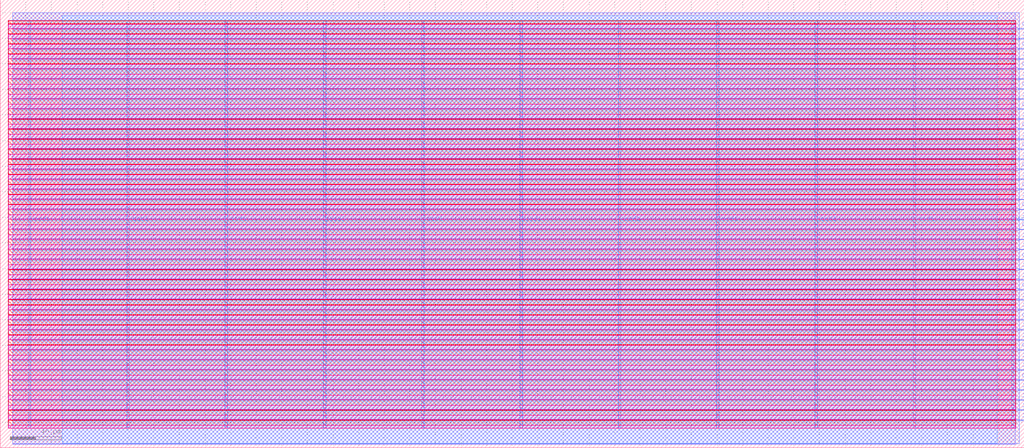
<source format=lef>
VERSION 5.7 ;
  NOWIREEXTENSIONATPIN ON ;
  DIVIDERCHAR "/" ;
  BUSBITCHARS "[]" ;
MACRO int_ram
  CLASS BLOCK ;
  FOREIGN int_ram ;
  ORIGIN 0.000 0.000 ;
  SIZE 800.000 BY 350.000 ;
  PIN i_addr[0]
    DIRECTION INPUT ;
    USE SIGNAL ;
    ANTENNAGATEAREA 0.396000 ;
    PORT
      LAYER Metal3 ;
        RECT 796.000 36.960 800.000 37.520 ;
    END
  END i_addr[0]
  PIN i_addr[1]
    DIRECTION INPUT ;
    USE SIGNAL ;
    ANTENNAGATEAREA 0.396000 ;
    PORT
      LAYER Metal3 ;
        RECT 796.000 60.480 800.000 61.040 ;
    END
  END i_addr[1]
  PIN i_addr[2]
    DIRECTION INPUT ;
    USE SIGNAL ;
    ANTENNAGATEAREA 0.396000 ;
    PORT
      LAYER Metal3 ;
        RECT 796.000 84.000 800.000 84.560 ;
    END
  END i_addr[2]
  PIN i_addr[3]
    DIRECTION INPUT ;
    USE SIGNAL ;
    ANTENNAGATEAREA 0.396000 ;
    PORT
      LAYER Metal3 ;
        RECT 796.000 107.520 800.000 108.080 ;
    END
  END i_addr[3]
  PIN i_addr[4]
    DIRECTION INPUT ;
    USE SIGNAL ;
    ANTENNAGATEAREA 0.396000 ;
    PORT
      LAYER Metal3 ;
        RECT 796.000 131.040 800.000 131.600 ;
    END
  END i_addr[4]
  PIN i_addr[5]
    DIRECTION INPUT ;
    USE SIGNAL ;
    ANTENNAGATEAREA 0.396000 ;
    PORT
      LAYER Metal3 ;
        RECT 796.000 154.560 800.000 155.120 ;
    END
  END i_addr[5]
  PIN i_clk
    DIRECTION INPUT ;
    USE SIGNAL ;
    ANTENNAGATEAREA 4.738000 ;
    PORT
      LAYER Metal3 ;
        RECT 796.000 21.280 800.000 21.840 ;
    END
  END i_clk
  PIN i_data[0]
    DIRECTION INPUT ;
    USE SIGNAL ;
    ANTENNAGATEAREA 0.396000 ;
    PORT
      LAYER Metal3 ;
        RECT 796.000 44.800 800.000 45.360 ;
    END
  END i_data[0]
  PIN i_data[10]
    DIRECTION INPUT ;
    USE SIGNAL ;
    ANTENNAGATEAREA 0.396000 ;
    PORT
      LAYER Metal3 ;
        RECT 796.000 240.800 800.000 241.360 ;
    END
  END i_data[10]
  PIN i_data[11]
    DIRECTION INPUT ;
    USE SIGNAL ;
    ANTENNAGATEAREA 0.396000 ;
    PORT
      LAYER Metal3 ;
        RECT 796.000 256.480 800.000 257.040 ;
    END
  END i_data[11]
  PIN i_data[12]
    DIRECTION INPUT ;
    USE SIGNAL ;
    ANTENNAGATEAREA 0.396000 ;
    PORT
      LAYER Metal3 ;
        RECT 796.000 272.160 800.000 272.720 ;
    END
  END i_data[12]
  PIN i_data[13]
    DIRECTION INPUT ;
    USE SIGNAL ;
    ANTENNAGATEAREA 0.396000 ;
    PORT
      LAYER Metal3 ;
        RECT 796.000 287.840 800.000 288.400 ;
    END
  END i_data[13]
  PIN i_data[14]
    DIRECTION INPUT ;
    USE SIGNAL ;
    ANTENNAGATEAREA 0.396000 ;
    PORT
      LAYER Metal3 ;
        RECT 796.000 303.520 800.000 304.080 ;
    END
  END i_data[14]
  PIN i_data[15]
    DIRECTION INPUT ;
    USE SIGNAL ;
    ANTENNAGATEAREA 0.396000 ;
    PORT
      LAYER Metal3 ;
        RECT 796.000 319.200 800.000 319.760 ;
    END
  END i_data[15]
  PIN i_data[1]
    DIRECTION INPUT ;
    USE SIGNAL ;
    ANTENNAGATEAREA 0.396000 ;
    PORT
      LAYER Metal3 ;
        RECT 796.000 68.320 800.000 68.880 ;
    END
  END i_data[1]
  PIN i_data[2]
    DIRECTION INPUT ;
    USE SIGNAL ;
    ANTENNAGATEAREA 0.396000 ;
    PORT
      LAYER Metal3 ;
        RECT 796.000 91.840 800.000 92.400 ;
    END
  END i_data[2]
  PIN i_data[3]
    DIRECTION INPUT ;
    USE SIGNAL ;
    ANTENNAGATEAREA 0.396000 ;
    PORT
      LAYER Metal3 ;
        RECT 796.000 115.360 800.000 115.920 ;
    END
  END i_data[3]
  PIN i_data[4]
    DIRECTION INPUT ;
    USE SIGNAL ;
    ANTENNAGATEAREA 0.396000 ;
    PORT
      LAYER Metal3 ;
        RECT 796.000 138.880 800.000 139.440 ;
    END
  END i_data[4]
  PIN i_data[5]
    DIRECTION INPUT ;
    USE SIGNAL ;
    ANTENNAGATEAREA 0.396000 ;
    PORT
      LAYER Metal3 ;
        RECT 796.000 162.400 800.000 162.960 ;
    END
  END i_data[5]
  PIN i_data[6]
    DIRECTION INPUT ;
    USE SIGNAL ;
    ANTENNAGATEAREA 0.396000 ;
    PORT
      LAYER Metal3 ;
        RECT 796.000 178.080 800.000 178.640 ;
    END
  END i_data[6]
  PIN i_data[7]
    DIRECTION INPUT ;
    USE SIGNAL ;
    ANTENNAGATEAREA 0.396000 ;
    PORT
      LAYER Metal3 ;
        RECT 796.000 193.760 800.000 194.320 ;
    END
  END i_data[7]
  PIN i_data[8]
    DIRECTION INPUT ;
    USE SIGNAL ;
    ANTENNAGATEAREA 0.396000 ;
    PORT
      LAYER Metal3 ;
        RECT 796.000 209.440 800.000 210.000 ;
    END
  END i_data[8]
  PIN i_data[9]
    DIRECTION INPUT ;
    USE SIGNAL ;
    ANTENNAGATEAREA 0.396000 ;
    PORT
      LAYER Metal3 ;
        RECT 796.000 225.120 800.000 225.680 ;
    END
  END i_data[9]
  PIN i_we
    DIRECTION INPUT ;
    USE SIGNAL ;
    ANTENNAGATEAREA 0.396000 ;
    PORT
      LAYER Metal3 ;
        RECT 796.000 29.120 800.000 29.680 ;
    END
  END i_we
  PIN o_data[0]
    DIRECTION OUTPUT TRISTATE ;
    USE SIGNAL ;
    ANTENNADIFFAREA 2.080400 ;
    PORT
      LAYER Metal3 ;
        RECT 796.000 52.640 800.000 53.200 ;
    END
  END o_data[0]
  PIN o_data[10]
    DIRECTION OUTPUT TRISTATE ;
    USE SIGNAL ;
    ANTENNADIFFAREA 2.080400 ;
    PORT
      LAYER Metal3 ;
        RECT 796.000 248.640 800.000 249.200 ;
    END
  END o_data[10]
  PIN o_data[11]
    DIRECTION OUTPUT TRISTATE ;
    USE SIGNAL ;
    ANTENNADIFFAREA 2.080400 ;
    PORT
      LAYER Metal3 ;
        RECT 796.000 264.320 800.000 264.880 ;
    END
  END o_data[11]
  PIN o_data[12]
    DIRECTION OUTPUT TRISTATE ;
    USE SIGNAL ;
    ANTENNADIFFAREA 2.080400 ;
    PORT
      LAYER Metal3 ;
        RECT 796.000 280.000 800.000 280.560 ;
    END
  END o_data[12]
  PIN o_data[13]
    DIRECTION OUTPUT TRISTATE ;
    USE SIGNAL ;
    ANTENNADIFFAREA 2.080400 ;
    PORT
      LAYER Metal3 ;
        RECT 796.000 295.680 800.000 296.240 ;
    END
  END o_data[13]
  PIN o_data[14]
    DIRECTION OUTPUT TRISTATE ;
    USE SIGNAL ;
    ANTENNADIFFAREA 2.080400 ;
    PORT
      LAYER Metal3 ;
        RECT 796.000 311.360 800.000 311.920 ;
    END
  END o_data[14]
  PIN o_data[15]
    DIRECTION OUTPUT TRISTATE ;
    USE SIGNAL ;
    ANTENNADIFFAREA 2.080400 ;
    PORT
      LAYER Metal3 ;
        RECT 796.000 327.040 800.000 327.600 ;
    END
  END o_data[15]
  PIN o_data[1]
    DIRECTION OUTPUT TRISTATE ;
    USE SIGNAL ;
    ANTENNADIFFAREA 2.080400 ;
    PORT
      LAYER Metal3 ;
        RECT 796.000 76.160 800.000 76.720 ;
    END
  END o_data[1]
  PIN o_data[2]
    DIRECTION OUTPUT TRISTATE ;
    USE SIGNAL ;
    ANTENNADIFFAREA 2.080400 ;
    PORT
      LAYER Metal3 ;
        RECT 796.000 99.680 800.000 100.240 ;
    END
  END o_data[2]
  PIN o_data[3]
    DIRECTION OUTPUT TRISTATE ;
    USE SIGNAL ;
    ANTENNADIFFAREA 2.080400 ;
    PORT
      LAYER Metal3 ;
        RECT 796.000 123.200 800.000 123.760 ;
    END
  END o_data[3]
  PIN o_data[4]
    DIRECTION OUTPUT TRISTATE ;
    USE SIGNAL ;
    ANTENNADIFFAREA 2.080400 ;
    PORT
      LAYER Metal3 ;
        RECT 796.000 146.720 800.000 147.280 ;
    END
  END o_data[4]
  PIN o_data[5]
    DIRECTION OUTPUT TRISTATE ;
    USE SIGNAL ;
    ANTENNADIFFAREA 2.080400 ;
    PORT
      LAYER Metal3 ;
        RECT 796.000 170.240 800.000 170.800 ;
    END
  END o_data[5]
  PIN o_data[6]
    DIRECTION OUTPUT TRISTATE ;
    USE SIGNAL ;
    ANTENNADIFFAREA 2.080400 ;
    PORT
      LAYER Metal3 ;
        RECT 796.000 185.920 800.000 186.480 ;
    END
  END o_data[6]
  PIN o_data[7]
    DIRECTION OUTPUT TRISTATE ;
    USE SIGNAL ;
    ANTENNADIFFAREA 2.080400 ;
    PORT
      LAYER Metal3 ;
        RECT 796.000 201.600 800.000 202.160 ;
    END
  END o_data[7]
  PIN o_data[8]
    DIRECTION OUTPUT TRISTATE ;
    USE SIGNAL ;
    ANTENNADIFFAREA 2.080400 ;
    PORT
      LAYER Metal3 ;
        RECT 796.000 217.280 800.000 217.840 ;
    END
  END o_data[8]
  PIN o_data[9]
    DIRECTION OUTPUT TRISTATE ;
    USE SIGNAL ;
    ANTENNADIFFAREA 2.080400 ;
    PORT
      LAYER Metal3 ;
        RECT 796.000 232.960 800.000 233.520 ;
    END
  END o_data[9]
  PIN vccd1
    DIRECTION INOUT ;
    USE POWER ;
    PORT
      LAYER Metal4 ;
        RECT 22.240 15.380 23.840 333.500 ;
    END
    PORT
      LAYER Metal4 ;
        RECT 175.840 15.380 177.440 333.500 ;
    END
    PORT
      LAYER Metal4 ;
        RECT 329.440 15.380 331.040 333.500 ;
    END
    PORT
      LAYER Metal4 ;
        RECT 483.040 15.380 484.640 333.500 ;
    END
    PORT
      LAYER Metal4 ;
        RECT 636.640 15.380 638.240 333.500 ;
    END
    PORT
      LAYER Metal4 ;
        RECT 790.240 15.380 791.840 333.500 ;
    END
  END vccd1
  PIN vssd1
    DIRECTION INOUT ;
    USE GROUND ;
    PORT
      LAYER Metal4 ;
        RECT 99.040 15.380 100.640 333.500 ;
    END
    PORT
      LAYER Metal4 ;
        RECT 252.640 15.380 254.240 333.500 ;
    END
    PORT
      LAYER Metal4 ;
        RECT 406.240 15.380 407.840 333.500 ;
    END
    PORT
      LAYER Metal4 ;
        RECT 559.840 15.380 561.440 333.500 ;
    END
    PORT
      LAYER Metal4 ;
        RECT 713.440 15.380 715.040 333.500 ;
    END
  END vssd1
  OBS
      LAYER Nwell ;
        RECT 6.290 331.165 793.390 333.630 ;
        RECT 6.290 331.040 151.240 331.165 ;
      LAYER Pwell ;
        RECT 6.290 327.520 793.390 331.040 ;
      LAYER Nwell ;
        RECT 6.290 327.395 73.745 327.520 ;
        RECT 6.290 323.325 793.390 327.395 ;
        RECT 6.290 323.200 73.185 323.325 ;
      LAYER Pwell ;
        RECT 6.290 319.680 793.390 323.200 ;
      LAYER Nwell ;
        RECT 6.290 319.555 95.025 319.680 ;
        RECT 6.290 315.485 793.390 319.555 ;
        RECT 6.290 315.360 51.905 315.485 ;
      LAYER Pwell ;
        RECT 6.290 311.840 793.390 315.360 ;
      LAYER Nwell ;
        RECT 6.290 311.715 71.505 311.840 ;
        RECT 6.290 307.645 793.390 311.715 ;
        RECT 6.290 307.520 124.145 307.645 ;
      LAYER Pwell ;
        RECT 6.290 304.000 793.390 307.520 ;
      LAYER Nwell ;
        RECT 6.290 303.875 51.905 304.000 ;
        RECT 6.290 299.805 793.390 303.875 ;
        RECT 6.290 299.680 49.105 299.805 ;
      LAYER Pwell ;
        RECT 6.290 296.160 793.390 299.680 ;
      LAYER Nwell ;
        RECT 6.290 296.035 68.145 296.160 ;
        RECT 6.290 291.965 793.390 296.035 ;
        RECT 6.290 291.840 127.160 291.965 ;
      LAYER Pwell ;
        RECT 6.290 288.320 793.390 291.840 ;
      LAYER Nwell ;
        RECT 6.290 288.195 51.905 288.320 ;
        RECT 6.290 284.125 793.390 288.195 ;
        RECT 6.290 284.000 47.985 284.125 ;
      LAYER Pwell ;
        RECT 6.290 280.480 793.390 284.000 ;
      LAYER Nwell ;
        RECT 6.290 280.355 149.905 280.480 ;
        RECT 6.290 276.285 793.390 280.355 ;
        RECT 6.290 276.160 52.465 276.285 ;
      LAYER Pwell ;
        RECT 6.290 272.640 793.390 276.160 ;
      LAYER Nwell ;
        RECT 6.290 272.515 93.345 272.640 ;
        RECT 6.290 268.445 793.390 272.515 ;
        RECT 6.290 268.320 35.105 268.445 ;
      LAYER Pwell ;
        RECT 6.290 264.800 793.390 268.320 ;
      LAYER Nwell ;
        RECT 6.290 264.675 34.545 264.800 ;
        RECT 6.290 260.605 793.390 264.675 ;
        RECT 6.290 260.480 39.025 260.605 ;
      LAYER Pwell ;
        RECT 6.290 256.960 793.390 260.480 ;
      LAYER Nwell ;
        RECT 6.290 256.835 65.905 256.960 ;
        RECT 6.290 252.765 793.390 256.835 ;
        RECT 6.290 252.640 32.305 252.765 ;
      LAYER Pwell ;
        RECT 6.290 249.120 793.390 252.640 ;
      LAYER Nwell ;
        RECT 6.290 248.995 93.345 249.120 ;
        RECT 6.290 244.925 793.390 248.995 ;
        RECT 6.290 244.800 41.825 244.925 ;
      LAYER Pwell ;
        RECT 6.290 241.280 793.390 244.800 ;
      LAYER Nwell ;
        RECT 6.290 241.155 31.745 241.280 ;
        RECT 6.290 237.085 793.390 241.155 ;
        RECT 6.290 236.960 46.305 237.085 ;
      LAYER Pwell ;
        RECT 6.290 233.440 793.390 236.960 ;
      LAYER Nwell ;
        RECT 6.290 233.315 98.385 233.440 ;
        RECT 6.290 229.245 793.390 233.315 ;
        RECT 6.290 229.120 14.945 229.245 ;
      LAYER Pwell ;
        RECT 6.290 225.600 793.390 229.120 ;
      LAYER Nwell ;
        RECT 6.290 225.475 51.905 225.600 ;
        RECT 6.290 221.405 793.390 225.475 ;
        RECT 6.290 221.280 47.425 221.405 ;
      LAYER Pwell ;
        RECT 6.290 217.760 793.390 221.280 ;
      LAYER Nwell ;
        RECT 6.290 217.635 17.745 217.760 ;
        RECT 6.290 213.565 793.390 217.635 ;
        RECT 6.290 213.440 14.945 213.565 ;
      LAYER Pwell ;
        RECT 6.290 209.920 793.390 213.440 ;
      LAYER Nwell ;
        RECT 6.290 209.795 110.145 209.920 ;
        RECT 6.290 205.725 793.390 209.795 ;
        RECT 6.290 205.600 71.505 205.725 ;
      LAYER Pwell ;
        RECT 6.290 202.080 793.390 205.600 ;
      LAYER Nwell ;
        RECT 6.290 201.955 16.065 202.080 ;
        RECT 6.290 197.885 793.390 201.955 ;
        RECT 6.290 197.760 14.945 197.885 ;
      LAYER Pwell ;
        RECT 6.290 194.240 793.390 197.760 ;
      LAYER Nwell ;
        RECT 6.290 194.115 70.600 194.240 ;
        RECT 6.290 190.045 793.390 194.115 ;
        RECT 6.290 189.920 14.945 190.045 ;
      LAYER Pwell ;
        RECT 6.290 186.400 793.390 189.920 ;
      LAYER Nwell ;
        RECT 6.290 186.275 97.825 186.400 ;
        RECT 6.290 182.205 793.390 186.275 ;
        RECT 6.290 182.080 43.505 182.205 ;
      LAYER Pwell ;
        RECT 6.290 178.560 793.390 182.080 ;
      LAYER Nwell ;
        RECT 6.290 178.435 23.345 178.560 ;
        RECT 6.290 174.365 793.390 178.435 ;
        RECT 6.290 174.240 14.945 174.365 ;
      LAYER Pwell ;
        RECT 6.290 170.720 793.390 174.240 ;
      LAYER Nwell ;
        RECT 6.290 170.595 22.225 170.720 ;
        RECT 6.290 166.525 793.390 170.595 ;
        RECT 6.290 166.400 32.305 166.525 ;
      LAYER Pwell ;
        RECT 6.290 162.880 793.390 166.400 ;
      LAYER Nwell ;
        RECT 6.290 162.755 102.865 162.880 ;
        RECT 6.290 158.685 793.390 162.755 ;
        RECT 6.290 158.560 163.345 158.685 ;
      LAYER Pwell ;
        RECT 6.290 155.040 793.390 158.560 ;
      LAYER Nwell ;
        RECT 6.290 154.915 20.545 155.040 ;
        RECT 6.290 150.845 793.390 154.915 ;
        RECT 6.290 150.720 37.905 150.845 ;
      LAYER Pwell ;
        RECT 6.290 147.200 793.390 150.720 ;
      LAYER Nwell ;
        RECT 6.290 147.075 29.505 147.200 ;
        RECT 6.290 143.005 793.390 147.075 ;
        RECT 6.290 142.880 40.705 143.005 ;
      LAYER Pwell ;
        RECT 6.290 139.360 793.390 142.880 ;
      LAYER Nwell ;
        RECT 6.290 139.235 63.665 139.360 ;
        RECT 6.290 135.165 793.390 139.235 ;
        RECT 6.290 135.040 132.545 135.165 ;
      LAYER Pwell ;
        RECT 6.290 131.520 793.390 135.040 ;
      LAYER Nwell ;
        RECT 6.290 131.395 69.825 131.520 ;
        RECT 6.290 127.325 793.390 131.395 ;
        RECT 6.290 127.200 42.945 127.325 ;
      LAYER Pwell ;
        RECT 6.290 123.680 793.390 127.200 ;
      LAYER Nwell ;
        RECT 6.290 123.555 56.385 123.680 ;
        RECT 6.290 119.485 793.390 123.555 ;
        RECT 6.290 119.360 33.985 119.485 ;
      LAYER Pwell ;
        RECT 6.290 115.840 793.390 119.360 ;
      LAYER Nwell ;
        RECT 6.290 115.715 96.705 115.840 ;
        RECT 6.290 111.645 793.390 115.715 ;
        RECT 6.290 111.520 51.905 111.645 ;
      LAYER Pwell ;
        RECT 6.290 108.000 793.390 111.520 ;
      LAYER Nwell ;
        RECT 6.290 107.875 34.545 108.000 ;
        RECT 6.290 103.805 793.390 107.875 ;
        RECT 6.290 103.680 91.665 103.805 ;
      LAYER Pwell ;
        RECT 6.290 100.160 793.390 103.680 ;
      LAYER Nwell ;
        RECT 6.290 100.035 34.545 100.160 ;
        RECT 6.290 95.965 793.390 100.035 ;
        RECT 6.290 95.840 71.505 95.965 ;
      LAYER Pwell ;
        RECT 6.290 92.320 793.390 95.840 ;
      LAYER Nwell ;
        RECT 6.290 92.195 139.265 92.320 ;
        RECT 6.290 88.125 793.390 92.195 ;
        RECT 6.290 88.000 44.065 88.125 ;
      LAYER Pwell ;
        RECT 6.290 84.480 793.390 88.000 ;
      LAYER Nwell ;
        RECT 6.290 84.355 38.680 84.480 ;
        RECT 6.290 80.285 793.390 84.355 ;
        RECT 6.290 80.160 71.505 80.285 ;
      LAYER Pwell ;
        RECT 6.290 76.640 793.390 80.160 ;
      LAYER Nwell ;
        RECT 6.290 76.515 93.345 76.640 ;
        RECT 6.290 72.445 793.390 76.515 ;
        RECT 6.290 72.320 128.625 72.445 ;
      LAYER Pwell ;
        RECT 6.290 68.800 793.390 72.320 ;
      LAYER Nwell ;
        RECT 6.290 68.675 108.680 68.800 ;
        RECT 6.290 64.605 793.390 68.675 ;
        RECT 6.290 64.480 49.105 64.605 ;
      LAYER Pwell ;
        RECT 6.290 60.960 793.390 64.480 ;
      LAYER Nwell ;
        RECT 6.290 60.835 51.905 60.960 ;
        RECT 6.290 56.765 793.390 60.835 ;
        RECT 6.290 56.640 171.745 56.765 ;
      LAYER Pwell ;
        RECT 6.290 53.120 793.390 56.640 ;
      LAYER Nwell ;
        RECT 6.290 52.995 103.425 53.120 ;
        RECT 6.290 48.925 793.390 52.995 ;
        RECT 6.290 48.800 54.145 48.925 ;
      LAYER Pwell ;
        RECT 6.290 45.280 793.390 48.800 ;
      LAYER Nwell ;
        RECT 6.290 45.155 56.385 45.280 ;
        RECT 6.290 41.085 793.390 45.155 ;
        RECT 6.290 40.960 79.905 41.085 ;
      LAYER Pwell ;
        RECT 6.290 37.440 793.390 40.960 ;
      LAYER Nwell ;
        RECT 6.290 37.315 181.825 37.440 ;
        RECT 6.290 33.245 793.390 37.315 ;
        RECT 6.290 33.120 71.505 33.245 ;
      LAYER Pwell ;
        RECT 6.290 29.600 793.390 33.120 ;
      LAYER Nwell ;
        RECT 6.290 29.475 98.945 29.600 ;
        RECT 6.290 25.405 793.390 29.475 ;
        RECT 6.290 25.280 86.065 25.405 ;
      LAYER Pwell ;
        RECT 6.290 21.760 793.390 25.280 ;
      LAYER Nwell ;
        RECT 6.290 21.635 70.945 21.760 ;
        RECT 6.290 17.565 793.390 21.635 ;
        RECT 6.290 17.440 165.025 17.565 ;
      LAYER Pwell ;
        RECT 6.290 15.250 793.390 17.440 ;
      LAYER Metal1 ;
        RECT 6.720 15.380 792.960 334.170 ;
      LAYER Metal2 ;
        RECT 9.660 2.890 792.820 339.830 ;
      LAYER Metal3 ;
        RECT 9.610 327.900 796.000 339.780 ;
        RECT 9.610 326.740 795.700 327.900 ;
        RECT 9.610 320.060 796.000 326.740 ;
        RECT 9.610 318.900 795.700 320.060 ;
        RECT 9.610 312.220 796.000 318.900 ;
        RECT 9.610 311.060 795.700 312.220 ;
        RECT 9.610 304.380 796.000 311.060 ;
        RECT 9.610 303.220 795.700 304.380 ;
        RECT 9.610 296.540 796.000 303.220 ;
        RECT 9.610 295.380 795.700 296.540 ;
        RECT 9.610 288.700 796.000 295.380 ;
        RECT 9.610 287.540 795.700 288.700 ;
        RECT 9.610 280.860 796.000 287.540 ;
        RECT 9.610 279.700 795.700 280.860 ;
        RECT 9.610 273.020 796.000 279.700 ;
        RECT 9.610 271.860 795.700 273.020 ;
        RECT 9.610 265.180 796.000 271.860 ;
        RECT 9.610 264.020 795.700 265.180 ;
        RECT 9.610 257.340 796.000 264.020 ;
        RECT 9.610 256.180 795.700 257.340 ;
        RECT 9.610 249.500 796.000 256.180 ;
        RECT 9.610 248.340 795.700 249.500 ;
        RECT 9.610 241.660 796.000 248.340 ;
        RECT 9.610 240.500 795.700 241.660 ;
        RECT 9.610 233.820 796.000 240.500 ;
        RECT 9.610 232.660 795.700 233.820 ;
        RECT 9.610 225.980 796.000 232.660 ;
        RECT 9.610 224.820 795.700 225.980 ;
        RECT 9.610 218.140 796.000 224.820 ;
        RECT 9.610 216.980 795.700 218.140 ;
        RECT 9.610 210.300 796.000 216.980 ;
        RECT 9.610 209.140 795.700 210.300 ;
        RECT 9.610 202.460 796.000 209.140 ;
        RECT 9.610 201.300 795.700 202.460 ;
        RECT 9.610 194.620 796.000 201.300 ;
        RECT 9.610 193.460 795.700 194.620 ;
        RECT 9.610 186.780 796.000 193.460 ;
        RECT 9.610 185.620 795.700 186.780 ;
        RECT 9.610 178.940 796.000 185.620 ;
        RECT 9.610 177.780 795.700 178.940 ;
        RECT 9.610 171.100 796.000 177.780 ;
        RECT 9.610 169.940 795.700 171.100 ;
        RECT 9.610 163.260 796.000 169.940 ;
        RECT 9.610 162.100 795.700 163.260 ;
        RECT 9.610 155.420 796.000 162.100 ;
        RECT 9.610 154.260 795.700 155.420 ;
        RECT 9.610 147.580 796.000 154.260 ;
        RECT 9.610 146.420 795.700 147.580 ;
        RECT 9.610 139.740 796.000 146.420 ;
        RECT 9.610 138.580 795.700 139.740 ;
        RECT 9.610 131.900 796.000 138.580 ;
        RECT 9.610 130.740 795.700 131.900 ;
        RECT 9.610 124.060 796.000 130.740 ;
        RECT 9.610 122.900 795.700 124.060 ;
        RECT 9.610 116.220 796.000 122.900 ;
        RECT 9.610 115.060 795.700 116.220 ;
        RECT 9.610 108.380 796.000 115.060 ;
        RECT 9.610 107.220 795.700 108.380 ;
        RECT 9.610 100.540 796.000 107.220 ;
        RECT 9.610 99.380 795.700 100.540 ;
        RECT 9.610 92.700 796.000 99.380 ;
        RECT 9.610 91.540 795.700 92.700 ;
        RECT 9.610 84.860 796.000 91.540 ;
        RECT 9.610 83.700 795.700 84.860 ;
        RECT 9.610 77.020 796.000 83.700 ;
        RECT 9.610 75.860 795.700 77.020 ;
        RECT 9.610 69.180 796.000 75.860 ;
        RECT 9.610 68.020 795.700 69.180 ;
        RECT 9.610 61.340 796.000 68.020 ;
        RECT 9.610 60.180 795.700 61.340 ;
        RECT 9.610 53.500 796.000 60.180 ;
        RECT 9.610 52.340 795.700 53.500 ;
        RECT 9.610 45.660 796.000 52.340 ;
        RECT 9.610 44.500 795.700 45.660 ;
        RECT 9.610 37.820 796.000 44.500 ;
        RECT 9.610 36.660 795.700 37.820 ;
        RECT 9.610 29.980 796.000 36.660 ;
        RECT 9.610 28.820 795.700 29.980 ;
        RECT 9.610 22.140 796.000 28.820 ;
        RECT 9.610 20.980 795.700 22.140 ;
        RECT 9.610 2.940 796.000 20.980 ;
      LAYER Metal4 ;
        RECT 48.300 333.800 778.820 337.590 ;
        RECT 48.300 15.080 98.740 333.800 ;
        RECT 100.940 15.080 175.540 333.800 ;
        RECT 177.740 15.080 252.340 333.800 ;
        RECT 254.540 15.080 329.140 333.800 ;
        RECT 331.340 15.080 405.940 333.800 ;
        RECT 408.140 15.080 482.740 333.800 ;
        RECT 484.940 15.080 559.540 333.800 ;
        RECT 561.740 15.080 636.340 333.800 ;
        RECT 638.540 15.080 713.140 333.800 ;
        RECT 715.340 15.080 778.820 333.800 ;
        RECT 48.300 3.450 778.820 15.080 ;
  END
END int_ram
END LIBRARY


</source>
